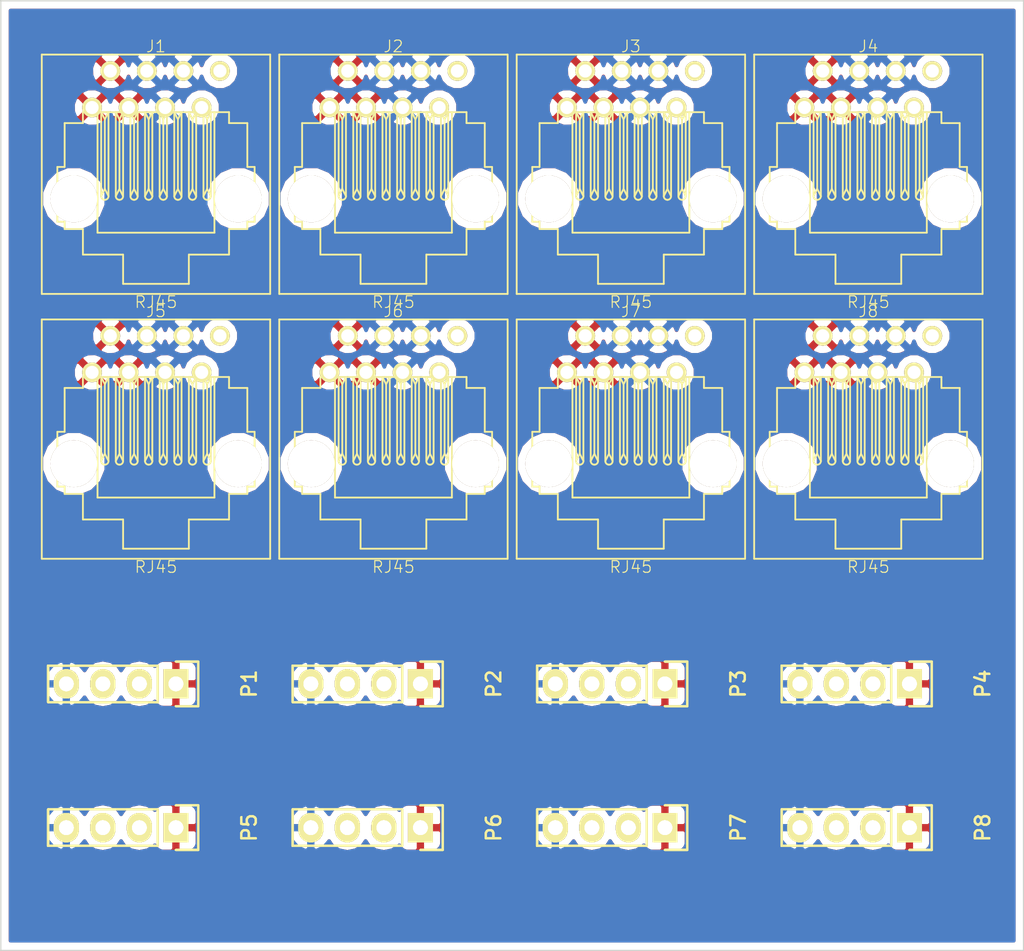
<source format=kicad_pcb>
(kicad_pcb (version 4) (host pcbnew "(2015-05-23 BZR 5679)-product")
  (layers (0 F.Cu signal) (31 B.Cu signal) (34 B.Paste user) (35 F.Paste user) (36 B.SilkS user) (37 F.SilkS user) (38 B.Mask user) (39 F.Mask user) (44 Edge.Cuts user))
  (net 0 "")
  (net 1 "Net-(J1-Pad8)")
  (net 2 GND)
  (net 3 +5V)
  (net 4 "Net-(J1-Pad7)")
  (net 5 "Net-(J2-Pad8)")
  (net 6 "Net-(J2-Pad7)")
  (net 7 "Net-(J3-Pad8)")
  (net 8 "Net-(J3-Pad7)")
  (net 9 "Net-(J4-Pad8)")
  (net 10 "Net-(J4-Pad7)")
  (net 11 "Net-(J5-Pad8)")
  (net 12 "Net-(J5-Pad7)")
  (net 13 "Net-(J6-Pad8)")
  (net 14 "Net-(J6-Pad7)")
  (net 15 "Net-(J7-Pad8)")
  (net 16 "Net-(J7-Pad7)")
  (net 17 "Net-(J8-Pad8)")
  (net 18 "Net-(J8-Pad7)")
  (module Pin_Headers:Pin_Header_Straight_1x04 (layer F.Cu) (at 167.320209 146.395867 270)
    (fp_text reference P8 (at 0 -5.1 270) (layer F.SilkS))
    (fp_text value CONN_01X04)
    (pad 1 thru_hole rect (at 0 0 270) (size 2.032 1.7272) (drill 1.016) (layers *.Cu *.Mask F.SilkS) (net 3 +5V))
    (pad 2 thru_hole oval (at 0 2.54 270) (size 2.032 1.7272) (drill 1.016) (layers *.Cu *.Mask F.SilkS) (net 8 "Net-(J3-Pad7)"))
    (pad 3 thru_hole oval (at 0 5.08 270) (size 2.032 1.7272) (drill 1.016) (layers *.Cu *.Mask F.SilkS) (net 7 "Net-(J3-Pad8)"))
    (pad 4 thru_hole oval (at 0 7.62 270) (size 2.032 1.7272) (drill 1.016) (layers *.Cu *.Mask F.SilkS) (net 2 GND))
  )
  (module Pin_Headers:Pin_Header_Straight_1x04 (layer F.Cu) (at 150.320209 146.395867 270)
    (fp_text reference P7 (at 0 -5.1 270) (layer F.SilkS))
    (fp_text value CONN_01X04)
    (pad 1 thru_hole rect (at 0 0 270) (size 2.032 1.7272) (drill 1.016) (layers *.Cu *.Mask F.SilkS) (net 3 +5V))
    (pad 2 thru_hole oval (at 0 2.54 270) (size 2.032 1.7272) (drill 1.016) (layers *.Cu *.Mask F.SilkS) (net 8 "Net-(J3-Pad7)"))
    (pad 3 thru_hole oval (at 0 5.08 270) (size 2.032 1.7272) (drill 1.016) (layers *.Cu *.Mask F.SilkS) (net 7 "Net-(J3-Pad8)"))
    (pad 4 thru_hole oval (at 0 7.62 270) (size 2.032 1.7272) (drill 1.016) (layers *.Cu *.Mask F.SilkS) (net 2 GND))
  )
  (module Pin_Headers:Pin_Header_Straight_1x04 (layer F.Cu) (at 133.320209 146.395867 270)
    (fp_text reference P6 (at 0 -5.1 270) (layer F.SilkS))
    (fp_text value CONN_01X04)
    (pad 1 thru_hole rect (at 0 0 270) (size 2.032 1.7272) (drill 1.016) (layers *.Cu *.Mask F.SilkS) (net 3 +5V))
    (pad 2 thru_hole oval (at 0 2.54 270) (size 2.032 1.7272) (drill 1.016) (layers *.Cu *.Mask F.SilkS) (net 8 "Net-(J3-Pad7)"))
    (pad 3 thru_hole oval (at 0 5.08 270) (size 2.032 1.7272) (drill 1.016) (layers *.Cu *.Mask F.SilkS) (net 7 "Net-(J3-Pad8)"))
    (pad 4 thru_hole oval (at 0 7.62 270) (size 2.032 1.7272) (drill 1.016) (layers *.Cu *.Mask F.SilkS) (net 2 GND))
  )
  (module Pin_Headers:Pin_Header_Straight_1x04 (layer F.Cu) (at 116.320209 146.395867 270)
    (fp_text reference P5 (at 0 -5.1 270) (layer F.SilkS))
    (fp_text value CONN_01X04)
    (pad 1 thru_hole rect (at 0 0 270) (size 2.032 1.7272) (drill 1.016) (layers *.Cu *.Mask F.SilkS) (net 3 +5V))
    (pad 2 thru_hole oval (at 0 2.54 270) (size 2.032 1.7272) (drill 1.016) (layers *.Cu *.Mask F.SilkS) (net 8 "Net-(J3-Pad7)"))
    (pad 3 thru_hole oval (at 0 5.08 270) (size 2.032 1.7272) (drill 1.016) (layers *.Cu *.Mask F.SilkS) (net 7 "Net-(J3-Pad8)"))
    (pad 4 thru_hole oval (at 0 7.62 270) (size 2.032 1.7272) (drill 1.016) (layers *.Cu *.Mask F.SilkS) (net 2 GND))
  )
  (module Pin_Headers:Pin_Header_Straight_1x04 (layer F.Cu) (at 167.320209 136.395867 270)
    (fp_text reference P4 (at 0 -5.1 270) (layer F.SilkS))
    (fp_text value CONN_01X04)
    (pad 1 thru_hole rect (at 0 0 270) (size 2.032 1.7272) (drill 1.016) (layers *.Cu *.Mask F.SilkS) (net 3 +5V))
    (pad 2 thru_hole oval (at 0 2.54 270) (size 2.032 1.7272) (drill 1.016) (layers *.Cu *.Mask F.SilkS) (net 8 "Net-(J3-Pad7)"))
    (pad 3 thru_hole oval (at 0 5.08 270) (size 2.032 1.7272) (drill 1.016) (layers *.Cu *.Mask F.SilkS) (net 7 "Net-(J3-Pad8)"))
    (pad 4 thru_hole oval (at 0 7.62 270) (size 2.032 1.7272) (drill 1.016) (layers *.Cu *.Mask F.SilkS) (net 2 GND))
  )
  (module Pin_Headers:Pin_Header_Straight_1x04 (layer F.Cu) (at 150.320209 136.395867 270)
    (fp_text reference P3 (at 0 -5.1 270) (layer F.SilkS))
    (fp_text value CONN_01X04)
    (pad 1 thru_hole rect (at 0 0 270) (size 2.032 1.7272) (drill 1.016) (layers *.Cu *.Mask F.SilkS) (net 3 +5V))
    (pad 2 thru_hole oval (at 0 2.54 270) (size 2.032 1.7272) (drill 1.016) (layers *.Cu *.Mask F.SilkS) (net 8 "Net-(J3-Pad7)"))
    (pad 3 thru_hole oval (at 0 5.08 270) (size 2.032 1.7272) (drill 1.016) (layers *.Cu *.Mask F.SilkS) (net 7 "Net-(J3-Pad8)"))
    (pad 4 thru_hole oval (at 0 7.62 270) (size 2.032 1.7272) (drill 1.016) (layers *.Cu *.Mask F.SilkS) (net 2 GND))
  )
  (module Pin_Headers:Pin_Header_Straight_1x04 (layer F.Cu) (at 133.320209 136.395867 270)
    (fp_text reference P2 (at 0 -5.1 270) (layer F.SilkS))
    (fp_text value CONN_01X04)
    (pad 1 thru_hole rect (at 0 0 270) (size 2.032 1.7272) (drill 1.016) (layers *.Cu *.Mask F.SilkS) (net 3 +5V))
    (pad 2 thru_hole oval (at 0 2.54 270) (size 2.032 1.7272) (drill 1.016) (layers *.Cu *.Mask F.SilkS) (net 8 "Net-(J3-Pad7)"))
    (pad 3 thru_hole oval (at 0 5.08 270) (size 2.032 1.7272) (drill 1.016) (layers *.Cu *.Mask F.SilkS) (net 7 "Net-(J3-Pad8)"))
    (pad 4 thru_hole oval (at 0 7.62 270) (size 2.032 1.7272) (drill 1.016) (layers *.Cu *.Mask F.SilkS) (net 2 GND))
  )
  (module Pin_Headers:Pin_Header_Straight_1x04 (layer F.Cu) (at 167.320209 146.395867 270)
    (fp_text reference P8 (at 0 -5.1 270) (layer F.SilkS))
    (fp_text value CONN_01X04)
    (pad 1 thru_hole rect (at 0 0 270) (size 2.032 1.7272) (drill 1.016) (layers *.Cu *.Mask F.SilkS) (net 3 +5V))
    (pad 2 thru_hole oval (at 0 2.54 270) (size 2.032 1.7272) (drill 1.016) (layers *.Cu *.Mask F.SilkS) (net 16 "Net-(J7-Pad7)"))
    (pad 3 thru_hole oval (at 0 5.08 270) (size 2.032 1.7272) (drill 1.016) (layers *.Cu *.Mask F.SilkS) (net 15 "Net-(J7-Pad8)"))
    (pad 4 thru_hole oval (at 0 7.62 270) (size 2.032 1.7272) (drill 1.016) (layers *.Cu *.Mask F.SilkS) (net 2 GND))
  )
  (module Pin_Headers:Pin_Header_Straight_1x04 (layer F.Cu) (at 150.320209 146.395867 270)
    (fp_text reference P7 (at 0 -5.1 270) (layer F.SilkS))
    (fp_text value CONN_01X04)
    (pad 1 thru_hole rect (at 0 0 270) (size 2.032 1.7272) (drill 1.016) (layers *.Cu *.Mask F.SilkS) (net 3 +5V))
    (pad 2 thru_hole oval (at 0 2.54 270) (size 2.032 1.7272) (drill 1.016) (layers *.Cu *.Mask F.SilkS) (net 16 "Net-(J7-Pad7)"))
    (pad 3 thru_hole oval (at 0 5.08 270) (size 2.032 1.7272) (drill 1.016) (layers *.Cu *.Mask F.SilkS) (net 15 "Net-(J7-Pad8)"))
    (pad 4 thru_hole oval (at 0 7.62 270) (size 2.032 1.7272) (drill 1.016) (layers *.Cu *.Mask F.SilkS) (net 2 GND))
  )
  (module Pin_Headers:Pin_Header_Straight_1x04 (layer F.Cu) (at 133.320209 146.395867 270)
    (fp_text reference P6 (at 0 -5.1 270) (layer F.SilkS))
    (fp_text value CONN_01X04)
    (pad 1 thru_hole rect (at 0 0 270) (size 2.032 1.7272) (drill 1.016) (layers *.Cu *.Mask F.SilkS) (net 3 +5V))
    (pad 2 thru_hole oval (at 0 2.54 270) (size 2.032 1.7272) (drill 1.016) (layers *.Cu *.Mask F.SilkS) (net 16 "Net-(J7-Pad7)"))
    (pad 3 thru_hole oval (at 0 5.08 270) (size 2.032 1.7272) (drill 1.016) (layers *.Cu *.Mask F.SilkS) (net 15 "Net-(J7-Pad8)"))
    (pad 4 thru_hole oval (at 0 7.62 270) (size 2.032 1.7272) (drill 1.016) (layers *.Cu *.Mask F.SilkS) (net 2 GND))
  )
  (module Pin_Headers:Pin_Header_Straight_1x04 (layer F.Cu) (at 116.320209 146.395867 270)
    (fp_text reference P5 (at 0 -5.1 270) (layer F.SilkS))
    (fp_text value CONN_01X04)
    (pad 1 thru_hole rect (at 0 0 270) (size 2.032 1.7272) (drill 1.016) (layers *.Cu *.Mask F.SilkS) (net 3 +5V))
    (pad 2 thru_hole oval (at 0 2.54 270) (size 2.032 1.7272) (drill 1.016) (layers *.Cu *.Mask F.SilkS) (net 16 "Net-(J7-Pad7)"))
    (pad 3 thru_hole oval (at 0 5.08 270) (size 2.032 1.7272) (drill 1.016) (layers *.Cu *.Mask F.SilkS) (net 15 "Net-(J7-Pad8)"))
    (pad 4 thru_hole oval (at 0 7.62 270) (size 2.032 1.7272) (drill 1.016) (layers *.Cu *.Mask F.SilkS) (net 2 GND))
  )
  (module Pin_Headers:Pin_Header_Straight_1x04 (layer F.Cu) (at 167.320209 136.395867 270)
    (fp_text reference P4 (at 0 -5.1 270) (layer F.SilkS))
    (fp_text value CONN_01X04)
    (pad 1 thru_hole rect (at 0 0 270) (size 2.032 1.7272) (drill 1.016) (layers *.Cu *.Mask F.SilkS) (net 3 +5V))
    (pad 2 thru_hole oval (at 0 2.54 270) (size 2.032 1.7272) (drill 1.016) (layers *.Cu *.Mask F.SilkS) (net 16 "Net-(J7-Pad7)"))
    (pad 3 thru_hole oval (at 0 5.08 270) (size 2.032 1.7272) (drill 1.016) (layers *.Cu *.Mask F.SilkS) (net 15 "Net-(J7-Pad8)"))
    (pad 4 thru_hole oval (at 0 7.62 270) (size 2.032 1.7272) (drill 1.016) (layers *.Cu *.Mask F.SilkS) (net 2 GND))
  )
  (module Pin_Headers:Pin_Header_Straight_1x04 (layer F.Cu) (at 150.320209 136.395867 270)
    (fp_text reference P3 (at 0 -5.1 270) (layer F.SilkS))
    (fp_text value CONN_01X04)
    (pad 1 thru_hole rect (at 0 0 270) (size 2.032 1.7272) (drill 1.016) (layers *.Cu *.Mask F.SilkS) (net 3 +5V))
    (pad 2 thru_hole oval (at 0 2.54 270) (size 2.032 1.7272) (drill 1.016) (layers *.Cu *.Mask F.SilkS) (net 16 "Net-(J7-Pad7)"))
    (pad 3 thru_hole oval (at 0 5.08 270) (size 2.032 1.7272) (drill 1.016) (layers *.Cu *.Mask F.SilkS) (net 15 "Net-(J7-Pad8)"))
    (pad 4 thru_hole oval (at 0 7.62 270) (size 2.032 1.7272) (drill 1.016) (layers *.Cu *.Mask F.SilkS) (net 2 GND))
  )
  (module Pin_Headers:Pin_Header_Straight_1x04 (layer F.Cu) (at 133.320209 136.395867 270)
    (fp_text reference P2 (at 0 -5.1 270) (layer F.SilkS))
    (fp_text value CONN_01X04)
    (pad 1 thru_hole rect (at 0 0 270) (size 2.032 1.7272) (drill 1.016) (layers *.Cu *.Mask F.SilkS) (net 3 +5V))
    (pad 2 thru_hole oval (at 0 2.54 270) (size 2.032 1.7272) (drill 1.016) (layers *.Cu *.Mask F.SilkS) (net 16 "Net-(J7-Pad7)"))
    (pad 3 thru_hole oval (at 0 5.08 270) (size 2.032 1.7272) (drill 1.016) (layers *.Cu *.Mask F.SilkS) (net 15 "Net-(J7-Pad8)"))
    (pad 4 thru_hole oval (at 0 7.62 270) (size 2.032 1.7272) (drill 1.016) (layers *.Cu *.Mask F.SilkS) (net 2 GND))
  )
  (module Pin_Headers:Pin_Header_Straight_1x04 (layer F.Cu) (at 167.320209 146.395867 270)
    (fp_text reference P8 (at 0 -5.1 270) (layer F.SilkS))
    (fp_text value CONN_01X04)
    (pad 1 thru_hole rect (at 0 0 270) (size 2.032 1.7272) (drill 1.016) (layers *.Cu *.Mask F.SilkS) (net 3 +5V))
    (pad 2 thru_hole oval (at 0 2.54 270) (size 2.032 1.7272) (drill 1.016) (layers *.Cu *.Mask F.SilkS) (net 18 "Net-(J8-Pad7)"))
    (pad 3 thru_hole oval (at 0 5.08 270) (size 2.032 1.7272) (drill 1.016) (layers *.Cu *.Mask F.SilkS) (net 17 "Net-(J8-Pad8)"))
    (pad 4 thru_hole oval (at 0 7.62 270) (size 2.032 1.7272) (drill 1.016) (layers *.Cu *.Mask F.SilkS) (net 2 GND))
  )
  (module Pin_Headers:Pin_Header_Straight_1x04 (layer F.Cu) (at 150.320209 146.395867 270)
    (fp_text reference P7 (at 0 -5.1 270) (layer F.SilkS))
    (fp_text value CONN_01X04)
    (pad 1 thru_hole rect (at 0 0 270) (size 2.032 1.7272) (drill 1.016) (layers *.Cu *.Mask F.SilkS) (net 3 +5V))
    (pad 2 thru_hole oval (at 0 2.54 270) (size 2.032 1.7272) (drill 1.016) (layers *.Cu *.Mask F.SilkS) (net 18 "Net-(J8-Pad7)"))
    (pad 3 thru_hole oval (at 0 5.08 270) (size 2.032 1.7272) (drill 1.016) (layers *.Cu *.Mask F.SilkS) (net 17 "Net-(J8-Pad8)"))
    (pad 4 thru_hole oval (at 0 7.62 270) (size 2.032 1.7272) (drill 1.016) (layers *.Cu *.Mask F.SilkS) (net 2 GND))
  )
  (module Pin_Headers:Pin_Header_Straight_1x04 (layer F.Cu) (at 133.320209 146.395867 270)
    (fp_text reference P6 (at 0 -5.1 270) (layer F.SilkS))
    (fp_text value CONN_01X04)
    (pad 1 thru_hole rect (at 0 0 270) (size 2.032 1.7272) (drill 1.016) (layers *.Cu *.Mask F.SilkS) (net 3 +5V))
    (pad 2 thru_hole oval (at 0 2.54 270) (size 2.032 1.7272) (drill 1.016) (layers *.Cu *.Mask F.SilkS) (net 18 "Net-(J8-Pad7)"))
    (pad 3 thru_hole oval (at 0 5.08 270) (size 2.032 1.7272) (drill 1.016) (layers *.Cu *.Mask F.SilkS) (net 17 "Net-(J8-Pad8)"))
    (pad 4 thru_hole oval (at 0 7.62 270) (size 2.032 1.7272) (drill 1.016) (layers *.Cu *.Mask F.SilkS) (net 2 GND))
  )
  (module Pin_Headers:Pin_Header_Straight_1x04 (layer F.Cu) (at 116.320209 146.395867 270)
    (fp_text reference P5 (at 0 -5.1 270) (layer F.SilkS))
    (fp_text value CONN_01X04)
    (pad 1 thru_hole rect (at 0 0 270) (size 2.032 1.7272) (drill 1.016) (layers *.Cu *.Mask F.SilkS) (net 3 +5V))
    (pad 2 thru_hole oval (at 0 2.54 270) (size 2.032 1.7272) (drill 1.016) (layers *.Cu *.Mask F.SilkS) (net 18 "Net-(J8-Pad7)"))
    (pad 3 thru_hole oval (at 0 5.08 270) (size 2.032 1.7272) (drill 1.016) (layers *.Cu *.Mask F.SilkS) (net 17 "Net-(J8-Pad8)"))
    (pad 4 thru_hole oval (at 0 7.62 270) (size 2.032 1.7272) (drill 1.016) (layers *.Cu *.Mask F.SilkS) (net 2 GND))
  )
  (module Pin_Headers:Pin_Header_Straight_1x04 (layer F.Cu) (at 167.320209 136.395867 270)
    (fp_text reference P4 (at 0 -5.1 270) (layer F.SilkS))
    (fp_text value CONN_01X04)
    (pad 1 thru_hole rect (at 0 0 270) (size 2.032 1.7272) (drill 1.016) (layers *.Cu *.Mask F.SilkS) (net 3 +5V))
    (pad 2 thru_hole oval (at 0 2.54 270) (size 2.032 1.7272) (drill 1.016) (layers *.Cu *.Mask F.SilkS) (net 18 "Net-(J8-Pad7)"))
    (pad 3 thru_hole oval (at 0 5.08 270) (size 2.032 1.7272) (drill 1.016) (layers *.Cu *.Mask F.SilkS) (net 17 "Net-(J8-Pad8)"))
    (pad 4 thru_hole oval (at 0 7.62 270) (size 2.032 1.7272) (drill 1.016) (layers *.Cu *.Mask F.SilkS) (net 2 GND))
  )
  (module Pin_Headers:Pin_Header_Straight_1x04 (layer F.Cu) (at 150.320209 136.395867 270)
    (fp_text reference P3 (at 0 -5.1 270) (layer F.SilkS))
    (fp_text value CONN_01X04)
    (pad 1 thru_hole rect (at 0 0 270) (size 2.032 1.7272) (drill 1.016) (layers *.Cu *.Mask F.SilkS) (net 3 +5V))
    (pad 2 thru_hole oval (at 0 2.54 270) (size 2.032 1.7272) (drill 1.016) (layers *.Cu *.Mask F.SilkS) (net 18 "Net-(J8-Pad7)"))
    (pad 3 thru_hole oval (at 0 5.08 270) (size 2.032 1.7272) (drill 1.016) (layers *.Cu *.Mask F.SilkS) (net 17 "Net-(J8-Pad8)"))
    (pad 4 thru_hole oval (at 0 7.62 270) (size 2.032 1.7272) (drill 1.016) (layers *.Cu *.Mask F.SilkS) (net 2 GND))
  )
  (module Pin_Headers:Pin_Header_Straight_1x04 (layer F.Cu) (at 133.320209 136.395867 270)
    (fp_text reference P2 (at 0 -5.1 270) (layer F.SilkS))
    (fp_text value CONN_01X04)
    (pad 1 thru_hole rect (at 0 0 270) (size 2.032 1.7272) (drill 1.016) (layers *.Cu *.Mask F.SilkS) (net 3 +5V))
    (pad 2 thru_hole oval (at 0 2.54 270) (size 2.032 1.7272) (drill 1.016) (layers *.Cu *.Mask F.SilkS) (net 18 "Net-(J8-Pad7)"))
    (pad 3 thru_hole oval (at 0 5.08 270) (size 2.032 1.7272) (drill 1.016) (layers *.Cu *.Mask F.SilkS) (net 17 "Net-(J8-Pad8)"))
    (pad 4 thru_hole oval (at 0 7.62 270) (size 2.032 1.7272) (drill 1.016) (layers *.Cu *.Mask F.SilkS) (net 2 GND))
  )
  (module Pin_Headers:Pin_Header_Straight_1x04 (layer F.Cu) (at 167.320209 146.395867 270)
    (fp_text reference P8 (at 0 -5.1 270) (layer F.SilkS))
    (fp_text value CONN_01X04)
    (pad 1 thru_hole rect (at 0 0 270) (size 2.032 1.7272) (drill 1.016) (layers *.Cu *.Mask F.SilkS) (net 3 +5V))
    (pad 2 thru_hole oval (at 0 2.54 270) (size 2.032 1.7272) (drill 1.016) (layers *.Cu *.Mask F.SilkS) (net 6 "Net-(J2-Pad7)"))
    (pad 3 thru_hole oval (at 0 5.08 270) (size 2.032 1.7272) (drill 1.016) (layers *.Cu *.Mask F.SilkS) (net 5 "Net-(J2-Pad8)"))
    (pad 4 thru_hole oval (at 0 7.62 270) (size 2.032 1.7272) (drill 1.016) (layers *.Cu *.Mask F.SilkS) (net 2 GND))
  )
  (module Pin_Headers:Pin_Header_Straight_1x04 (layer F.Cu) (at 150.320209 146.395867 270)
    (fp_text reference P7 (at 0 -5.1 270) (layer F.SilkS))
    (fp_text value CONN_01X04)
    (pad 1 thru_hole rect (at 0 0 270) (size 2.032 1.7272) (drill 1.016) (layers *.Cu *.Mask F.SilkS) (net 3 +5V))
    (pad 2 thru_hole oval (at 0 2.54 270) (size 2.032 1.7272) (drill 1.016) (layers *.Cu *.Mask F.SilkS) (net 6 "Net-(J2-Pad7)"))
    (pad 3 thru_hole oval (at 0 5.08 270) (size 2.032 1.7272) (drill 1.016) (layers *.Cu *.Mask F.SilkS) (net 5 "Net-(J2-Pad8)"))
    (pad 4 thru_hole oval (at 0 7.62 270) (size 2.032 1.7272) (drill 1.016) (layers *.Cu *.Mask F.SilkS) (net 2 GND))
  )
  (module Pin_Headers:Pin_Header_Straight_1x04 (layer F.Cu) (at 133.320209 146.395867 270)
    (fp_text reference P6 (at 0 -5.1 270) (layer F.SilkS))
    (fp_text value CONN_01X04)
    (pad 1 thru_hole rect (at 0 0 270) (size 2.032 1.7272) (drill 1.016) (layers *.Cu *.Mask F.SilkS) (net 3 +5V))
    (pad 2 thru_hole oval (at 0 2.54 270) (size 2.032 1.7272) (drill 1.016) (layers *.Cu *.Mask F.SilkS) (net 6 "Net-(J2-Pad7)"))
    (pad 3 thru_hole oval (at 0 5.08 270) (size 2.032 1.7272) (drill 1.016) (layers *.Cu *.Mask F.SilkS) (net 5 "Net-(J2-Pad8)"))
    (pad 4 thru_hole oval (at 0 7.62 270) (size 2.032 1.7272) (drill 1.016) (layers *.Cu *.Mask F.SilkS) (net 2 GND))
  )
  (module Pin_Headers:Pin_Header_Straight_1x04 (layer F.Cu) (at 116.320209 146.395867 270)
    (fp_text reference P5 (at 0 -5.1 270) (layer F.SilkS))
    (fp_text value CONN_01X04)
    (pad 1 thru_hole rect (at 0 0 270) (size 2.032 1.7272) (drill 1.016) (layers *.Cu *.Mask F.SilkS) (net 3 +5V))
    (pad 2 thru_hole oval (at 0 2.54 270) (size 2.032 1.7272) (drill 1.016) (layers *.Cu *.Mask F.SilkS) (net 6 "Net-(J2-Pad7)"))
    (pad 3 thru_hole oval (at 0 5.08 270) (size 2.032 1.7272) (drill 1.016) (layers *.Cu *.Mask F.SilkS) (net 5 "Net-(J2-Pad8)"))
    (pad 4 thru_hole oval (at 0 7.62 270) (size 2.032 1.7272) (drill 1.016) (layers *.Cu *.Mask F.SilkS) (net 2 GND))
  )
  (module Pin_Headers:Pin_Header_Straight_1x04 (layer F.Cu) (at 167.320209 136.395867 270)
    (fp_text reference P4 (at 0 -5.1 270) (layer F.SilkS))
    (fp_text value CONN_01X04)
    (pad 1 thru_hole rect (at 0 0 270) (size 2.032 1.7272) (drill 1.016) (layers *.Cu *.Mask F.SilkS) (net 3 +5V))
    (pad 2 thru_hole oval (at 0 2.54 270) (size 2.032 1.7272) (drill 1.016) (layers *.Cu *.Mask F.SilkS) (net 6 "Net-(J2-Pad7)"))
    (pad 3 thru_hole oval (at 0 5.08 270) (size 2.032 1.7272) (drill 1.016) (layers *.Cu *.Mask F.SilkS) (net 5 "Net-(J2-Pad8)"))
    (pad 4 thru_hole oval (at 0 7.62 270) (size 2.032 1.7272) (drill 1.016) (layers *.Cu *.Mask F.SilkS) (net 2 GND))
  )
  (module Pin_Headers:Pin_Header_Straight_1x04 (layer F.Cu) (at 150.320209 136.395867 270)
    (fp_text reference P3 (at 0 -5.1 270) (layer F.SilkS))
    (fp_text value CONN_01X04)
    (pad 1 thru_hole rect (at 0 0 270) (size 2.032 1.7272) (drill 1.016) (layers *.Cu *.Mask F.SilkS) (net 3 +5V))
    (pad 2 thru_hole oval (at 0 2.54 270) (size 2.032 1.7272) (drill 1.016) (layers *.Cu *.Mask F.SilkS) (net 6 "Net-(J2-Pad7)"))
    (pad 3 thru_hole oval (at 0 5.08 270) (size 2.032 1.7272) (drill 1.016) (layers *.Cu *.Mask F.SilkS) (net 5 "Net-(J2-Pad8)"))
    (pad 4 thru_hole oval (at 0 7.62 270) (size 2.032 1.7272) (drill 1.016) (layers *.Cu *.Mask F.SilkS) (net 2 GND))
  )
  (module Pin_Headers:Pin_Header_Straight_1x04 (layer F.Cu) (at 133.320209 136.395867 270)
    (fp_text reference P2 (at 0 -5.1 270) (layer F.SilkS))
    (fp_text value CONN_01X04)
    (pad 1 thru_hole rect (at 0 0 270) (size 2.032 1.7272) (drill 1.016) (layers *.Cu *.Mask F.SilkS) (net 3 +5V))
    (pad 2 thru_hole oval (at 0 2.54 270) (size 2.032 1.7272) (drill 1.016) (layers *.Cu *.Mask F.SilkS) (net 6 "Net-(J2-Pad7)"))
    (pad 3 thru_hole oval (at 0 5.08 270) (size 2.032 1.7272) (drill 1.016) (layers *.Cu *.Mask F.SilkS) (net 5 "Net-(J2-Pad8)"))
    (pad 4 thru_hole oval (at 0 7.62 270) (size 2.032 1.7272) (drill 1.016) (layers *.Cu *.Mask F.SilkS) (net 2 GND))
  )
  (module Pin_Headers:Pin_Header_Straight_1x04 (layer F.Cu) (at 167.320209 146.395867 270)
    (fp_text reference P8 (at 0 -5.1 270) (layer F.SilkS))
    (fp_text value CONN_01X04)
    (pad 1 thru_hole rect (at 0 0 270) (size 2.032 1.7272) (drill 1.016) (layers *.Cu *.Mask F.SilkS) (net 3 +5V))
    (pad 2 thru_hole oval (at 0 2.54 270) (size 2.032 1.7272) (drill 1.016) (layers *.Cu *.Mask F.SilkS) (net 12 "Net-(J5-Pad7)"))
    (pad 3 thru_hole oval (at 0 5.08 270) (size 2.032 1.7272) (drill 1.016) (layers *.Cu *.Mask F.SilkS) (net 11 "Net-(J5-Pad8)"))
    (pad 4 thru_hole oval (at 0 7.62 270) (size 2.032 1.7272) (drill 1.016) (layers *.Cu *.Mask F.SilkS) (net 2 GND))
  )
  (module Pin_Headers:Pin_Header_Straight_1x04 (layer F.Cu) (at 150.320209 146.395867 270)
    (fp_text reference P7 (at 0 -5.1 270) (layer F.SilkS))
    (fp_text value CONN_01X04)
    (pad 1 thru_hole rect (at 0 0 270) (size 2.032 1.7272) (drill 1.016) (layers *.Cu *.Mask F.SilkS) (net 3 +5V))
    (pad 2 thru_hole oval (at 0 2.54 270) (size 2.032 1.7272) (drill 1.016) (layers *.Cu *.Mask F.SilkS) (net 12 "Net-(J5-Pad7)"))
    (pad 3 thru_hole oval (at 0 5.08 270) (size 2.032 1.7272) (drill 1.016) (layers *.Cu *.Mask F.SilkS) (net 11 "Net-(J5-Pad8)"))
    (pad 4 thru_hole oval (at 0 7.62 270) (size 2.032 1.7272) (drill 1.016) (layers *.Cu *.Mask F.SilkS) (net 2 GND))
  )
  (module Pin_Headers:Pin_Header_Straight_1x04 (layer F.Cu) (at 133.320209 146.395867 270)
    (fp_text reference P6 (at 0 -5.1 270) (layer F.SilkS))
    (fp_text value CONN_01X04)
    (pad 1 thru_hole rect (at 0 0 270) (size 2.032 1.7272) (drill 1.016) (layers *.Cu *.Mask F.SilkS) (net 3 +5V))
    (pad 2 thru_hole oval (at 0 2.54 270) (size 2.032 1.7272) (drill 1.016) (layers *.Cu *.Mask F.SilkS) (net 12 "Net-(J5-Pad7)"))
    (pad 3 thru_hole oval (at 0 5.08 270) (size 2.032 1.7272) (drill 1.016) (layers *.Cu *.Mask F.SilkS) (net 11 "Net-(J5-Pad8)"))
    (pad 4 thru_hole oval (at 0 7.62 270) (size 2.032 1.7272) (drill 1.016) (layers *.Cu *.Mask F.SilkS) (net 2 GND))
  )
  (module Pin_Headers:Pin_Header_Straight_1x04 (layer F.Cu) (at 116.320209 146.395867 270)
    (fp_text reference P5 (at 0 -5.1 270) (layer F.SilkS))
    (fp_text value CONN_01X04)
    (pad 1 thru_hole rect (at 0 0 270) (size 2.032 1.7272) (drill 1.016) (layers *.Cu *.Mask F.SilkS) (net 3 +5V))
    (pad 2 thru_hole oval (at 0 2.54 270) (size 2.032 1.7272) (drill 1.016) (layers *.Cu *.Mask F.SilkS) (net 12 "Net-(J5-Pad7)"))
    (pad 3 thru_hole oval (at 0 5.08 270) (size 2.032 1.7272) (drill 1.016) (layers *.Cu *.Mask F.SilkS) (net 11 "Net-(J5-Pad8)"))
    (pad 4 thru_hole oval (at 0 7.62 270) (size 2.032 1.7272) (drill 1.016) (layers *.Cu *.Mask F.SilkS) (net 2 GND))
  )
  (module Pin_Headers:Pin_Header_Straight_1x04 (layer F.Cu) (at 167.320209 136.395867 270)
    (fp_text reference P4 (at 0 -5.1 270) (layer F.SilkS))
    (fp_text value CONN_01X04)
    (pad 1 thru_hole rect (at 0 0 270) (size 2.032 1.7272) (drill 1.016) (layers *.Cu *.Mask F.SilkS) (net 3 +5V))
    (pad 2 thru_hole oval (at 0 2.54 270) (size 2.032 1.7272) (drill 1.016) (layers *.Cu *.Mask F.SilkS) (net 12 "Net-(J5-Pad7)"))
    (pad 3 thru_hole oval (at 0 5.08 270) (size 2.032 1.7272) (drill 1.016) (layers *.Cu *.Mask F.SilkS) (net 11 "Net-(J5-Pad8)"))
    (pad 4 thru_hole oval (at 0 7.62 270) (size 2.032 1.7272) (drill 1.016) (layers *.Cu *.Mask F.SilkS) (net 2 GND))
  )
  (module Pin_Headers:Pin_Header_Straight_1x04 (layer F.Cu) (at 150.320209 136.395867 270)
    (fp_text reference P3 (at 0 -5.1 270) (layer F.SilkS))
    (fp_text value CONN_01X04)
    (pad 1 thru_hole rect (at 0 0 270) (size 2.032 1.7272) (drill 1.016) (layers *.Cu *.Mask F.SilkS) (net 3 +5V))
    (pad 2 thru_hole oval (at 0 2.54 270) (size 2.032 1.7272) (drill 1.016) (layers *.Cu *.Mask F.SilkS) (net 12 "Net-(J5-Pad7)"))
    (pad 3 thru_hole oval (at 0 5.08 270) (size 2.032 1.7272) (drill 1.016) (layers *.Cu *.Mask F.SilkS) (net 11 "Net-(J5-Pad8)"))
    (pad 4 thru_hole oval (at 0 7.62 270) (size 2.032 1.7272) (drill 1.016) (layers *.Cu *.Mask F.SilkS) (net 2 GND))
  )
  (module Pin_Headers:Pin_Header_Straight_1x04 (layer F.Cu) (at 133.320209 136.395867 270)
    (fp_text reference P2 (at 0 -5.1 270) (layer F.SilkS))
    (fp_text value CONN_01X04)
    (pad 1 thru_hole rect (at 0 0 270) (size 2.032 1.7272) (drill 1.016) (layers *.Cu *.Mask F.SilkS) (net 3 +5V))
    (pad 2 thru_hole oval (at 0 2.54 270) (size 2.032 1.7272) (drill 1.016) (layers *.Cu *.Mask F.SilkS) (net 12 "Net-(J5-Pad7)"))
    (pad 3 thru_hole oval (at 0 5.08 270) (size 2.032 1.7272) (drill 1.016) (layers *.Cu *.Mask F.SilkS) (net 11 "Net-(J5-Pad8)"))
    (pad 4 thru_hole oval (at 0 7.62 270) (size 2.032 1.7272) (drill 1.016) (layers *.Cu *.Mask F.SilkS) (net 2 GND))
  )
  (module Pin_Headers:Pin_Header_Straight_1x04 (layer F.Cu) (at 167.320209 146.395867 270)
    (fp_text reference P8 (at 0 -5.1 270) (layer F.SilkS))
    (fp_text value CONN_01X04)
    (pad 1 thru_hole rect (at 0 0 270) (size 2.032 1.7272) (drill 1.016) (layers *.Cu *.Mask F.SilkS) (net 3 +5V))
    (pad 2 thru_hole oval (at 0 2.54 270) (size 2.032 1.7272) (drill 1.016) (layers *.Cu *.Mask F.SilkS) (net 14 "Net-(J6-Pad7)"))
    (pad 3 thru_hole oval (at 0 5.08 270) (size 2.032 1.7272) (drill 1.016) (layers *.Cu *.Mask F.SilkS) (net 13 "Net-(J6-Pad8)"))
    (pad 4 thru_hole oval (at 0 7.62 270) (size 2.032 1.7272) (drill 1.016) (layers *.Cu *.Mask F.SilkS) (net 2 GND))
  )
  (module Pin_Headers:Pin_Header_Straight_1x04 (layer F.Cu) (at 150.320209 146.395867 270)
    (fp_text reference P7 (at 0 -5.1 270) (layer F.SilkS))
    (fp_text value CONN_01X04)
    (pad 1 thru_hole rect (at 0 0 270) (size 2.032 1.7272) (drill 1.016) (layers *.Cu *.Mask F.SilkS) (net 3 +5V))
    (pad 2 thru_hole oval (at 0 2.54 270) (size 2.032 1.7272) (drill 1.016) (layers *.Cu *.Mask F.SilkS) (net 14 "Net-(J6-Pad7)"))
    (pad 3 thru_hole oval (at 0 5.08 270) (size 2.032 1.7272) (drill 1.016) (layers *.Cu *.Mask F.SilkS) (net 13 "Net-(J6-Pad8)"))
    (pad 4 thru_hole oval (at 0 7.62 270) (size 2.032 1.7272) (drill 1.016) (layers *.Cu *.Mask F.SilkS) (net 2 GND))
  )
  (module Pin_Headers:Pin_Header_Straight_1x04 (layer F.Cu) (at 133.320209 146.395867 270)
    (fp_text reference P6 (at 0 -5.1 270) (layer F.SilkS))
    (fp_text value CONN_01X04)
    (pad 1 thru_hole rect (at 0 0 270) (size 2.032 1.7272) (drill 1.016) (layers *.Cu *.Mask F.SilkS) (net 3 +5V))
    (pad 2 thru_hole oval (at 0 2.54 270) (size 2.032 1.7272) (drill 1.016) (layers *.Cu *.Mask F.SilkS) (net 14 "Net-(J6-Pad7)"))
    (pad 3 thru_hole oval (at 0 5.08 270) (size 2.032 1.7272) (drill 1.016) (layers *.Cu *.Mask F.SilkS) (net 13 "Net-(J6-Pad8)"))
    (pad 4 thru_hole oval (at 0 7.62 270) (size 2.032 1.7272) (drill 1.016) (layers *.Cu *.Mask F.SilkS) (net 2 GND))
  )
  (module Pin_Headers:Pin_Header_Straight_1x04 (layer F.Cu) (at 116.320209 146.395867 270)
    (fp_text reference P5 (at 0 -5.1 270) (layer F.SilkS))
    (fp_text value CONN_01X04)
    (pad 1 thru_hole rect (at 0 0 270) (size 2.032 1.7272) (drill 1.016) (layers *.Cu *.Mask F.SilkS) (net 3 +5V))
    (pad 2 thru_hole oval (at 0 2.54 270) (size 2.032 1.7272) (drill 1.016) (layers *.Cu *.Mask F.SilkS) (net 14 "Net-(J6-Pad7)"))
    (pad 3 thru_hole oval (at 0 5.08 270) (size 2.032 1.7272) (drill 1.016) (layers *.Cu *.Mask F.SilkS) (net 13 "Net-(J6-Pad8)"))
    (pad 4 thru_hole oval (at 0 7.62 270) (size 2.032 1.7272) (drill 1.016) (layers *.Cu *.Mask F.SilkS) (net 2 GND))
  )
  (module Pin_Headers:Pin_Header_Straight_1x04 (layer F.Cu) (at 167.320209 136.395867 270)
    (fp_text reference P4 (at 0 -5.1 270) (layer F.SilkS))
    (fp_text value CONN_01X04)
    (pad 1 thru_hole rect (at 0 0 270) (size 2.032 1.7272) (drill 1.016) (layers *.Cu *.Mask F.SilkS) (net 3 +5V))
    (pad 2 thru_hole oval (at 0 2.54 270) (size 2.032 1.7272) (drill 1.016) (layers *.Cu *.Mask F.SilkS) (net 14 "Net-(J6-Pad7)"))
    (pad 3 thru_hole oval (at 0 5.08 270) (size 2.032 1.7272) (drill 1.016) (layers *.Cu *.Mask F.SilkS) (net 13 "Net-(J6-Pad8)"))
    (pad 4 thru_hole oval (at 0 7.62 270) (size 2.032 1.7272) (drill 1.016) (layers *.Cu *.Mask F.SilkS) (net 2 GND))
  )
  (module Pin_Headers:Pin_Header_Straight_1x04 (layer F.Cu) (at 150.320209 136.395867 270)
    (fp_text reference P3 (at 0 -5.1 270) (layer F.SilkS))
    (fp_text value CONN_01X04)
    (pad 1 thru_hole rect (at 0 0 270) (size 2.032 1.7272) (drill 1.016) (layers *.Cu *.Mask F.SilkS) (net 3 +5V))
    (pad 2 thru_hole oval (at 0 2.54 270) (size 2.032 1.7272) (drill 1.016) (layers *.Cu *.Mask F.SilkS) (net 14 "Net-(J6-Pad7)"))
    (pad 3 thru_hole oval (at 0 5.08 270) (size 2.032 1.7272) (drill 1.016) (layers *.Cu *.Mask F.SilkS) (net 13 "Net-(J6-Pad8)"))
    (pad 4 thru_hole oval (at 0 7.62 270) (size 2.032 1.7272) (drill 1.016) (layers *.Cu *.Mask F.SilkS) (net 2 GND))
  )
  (module Pin_Headers:Pin_Header_Straight_1x04 (layer F.Cu) (at 133.320209 136.395867 270)
    (fp_text reference P2 (at 0 -5.1 270) (layer F.SilkS))
    (fp_text value CONN_01X04)
    (pad 1 thru_hole rect (at 0 0 270) (size 2.032 1.7272) (drill 1.016) (layers *.Cu *.Mask F.SilkS) (net 3 +5V))
    (pad 2 thru_hole oval (at 0 2.54 270) (size 2.032 1.7272) (drill 1.016) (layers *.Cu *.Mask F.SilkS) (net 14 "Net-(J6-Pad7)"))
    (pad 3 thru_hole oval (at 0 5.08 270) (size 2.032 1.7272) (drill 1.016) (layers *.Cu *.Mask F.SilkS) (net 13 "Net-(J6-Pad8)"))
    (pad 4 thru_hole oval (at 0 7.62 270) (size 2.032 1.7272) (drill 1.016) (layers *.Cu *.Mask F.SilkS) (net 2 GND))
  )
  (module Pin_Headers:Pin_Header_Straight_1x04 (layer F.Cu) (at 167.320209 146.395867 270)
    (fp_text reference P8 (at 0 -5.1 270) (layer F.SilkS))
    (fp_text value CONN_01X04)
    (pad 1 thru_hole rect (at 0 0 270) (size 2.032 1.7272) (drill 1.016) (layers *.Cu *.Mask F.SilkS) (net 3 +5V))
    (pad 2 thru_hole oval (at 0 2.54 270) (size 2.032 1.7272) (drill 1.016) (layers *.Cu *.Mask F.SilkS) (net 10 "Net-(J4-Pad7)"))
    (pad 3 thru_hole oval (at 0 5.08 270) (size 2.032 1.7272) (drill 1.016) (layers *.Cu *.Mask F.SilkS) (net 9 "Net-(J4-Pad8)"))
    (pad 4 thru_hole oval (at 0 7.62 270) (size 2.032 1.7272) (drill 1.016) (layers *.Cu *.Mask F.SilkS) (net 2 GND))
  )
  (module Pin_Headers:Pin_Header_Straight_1x04 (layer F.Cu) (at 150.320209 146.395867 270)
    (fp_text reference P7 (at 0 -5.1 270) (layer F.SilkS))
    (fp_text value CONN_01X04)
    (pad 1 thru_hole rect (at 0 0 270) (size 2.032 1.7272) (drill 1.016) (layers *.Cu *.Mask F.SilkS) (net 3 +5V))
    (pad 2 thru_hole oval (at 0 2.54 270) (size 2.032 1.7272) (drill 1.016) (layers *.Cu *.Mask F.SilkS) (net 10 "Net-(J4-Pad7)"))
    (pad 3 thru_hole oval (at 0 5.08 270) (size 2.032 1.7272) (drill 1.016) (layers *.Cu *.Mask F.SilkS) (net 9 "Net-(J4-Pad8)"))
    (pad 4 thru_hole oval (at 0 7.62 270) (size 2.032 1.7272) (drill 1.016) (layers *.Cu *.Mask F.SilkS) (net 2 GND))
  )
  (module Pin_Headers:Pin_Header_Straight_1x04 (layer F.Cu) (at 133.320209 146.395867 270)
    (fp_text reference P6 (at 0 -5.1 270) (layer F.SilkS))
    (fp_text value CONN_01X04)
    (pad 1 thru_hole rect (at 0 0 270) (size 2.032 1.7272) (drill 1.016) (layers *.Cu *.Mask F.SilkS) (net 3 +5V))
    (pad 2 thru_hole oval (at 0 2.54 270) (size 2.032 1.7272) (drill 1.016) (layers *.Cu *.Mask F.SilkS) (net 10 "Net-(J4-Pad7)"))
    (pad 3 thru_hole oval (at 0 5.08 270) (size 2.032 1.7272) (drill 1.016) (layers *.Cu *.Mask F.SilkS) (net 9 "Net-(J4-Pad8)"))
    (pad 4 thru_hole oval (at 0 7.62 270) (size 2.032 1.7272) (drill 1.016) (layers *.Cu *.Mask F.SilkS) (net 2 GND))
  )
  (module Pin_Headers:Pin_Header_Straight_1x04 (layer F.Cu) (at 116.320209 146.395867 270)
    (fp_text reference P5 (at 0 -5.1 270) (layer F.SilkS))
    (fp_text value CONN_01X04)
    (pad 1 thru_hole rect (at 0 0 270) (size 2.032 1.7272) (drill 1.016) (layers *.Cu *.Mask F.SilkS) (net 3 +5V))
    (pad 2 thru_hole oval (at 0 2.54 270) (size 2.032 1.7272) (drill 1.016) (layers *.Cu *.Mask F.SilkS) (net 10 "Net-(J4-Pad7)"))
    (pad 3 thru_hole oval (at 0 5.08 270) (size 2.032 1.7272) (drill 1.016) (layers *.Cu *.Mask F.SilkS) (net 9 "Net-(J4-Pad8)"))
    (pad 4 thru_hole oval (at 0 7.62 270) (size 2.032 1.7272) (drill 1.016) (layers *.Cu *.Mask F.SilkS) (net 2 GND))
  )
  (module Pin_Headers:Pin_Header_Straight_1x04 (layer F.Cu) (at 167.320209 136.395867 270)
    (fp_text reference P4 (at 0 -5.1 270) (layer F.SilkS))
    (fp_text value CONN_01X04)
    (pad 1 thru_hole rect (at 0 0 270) (size 2.032 1.7272) (drill 1.016) (layers *.Cu *.Mask F.SilkS) (net 3 +5V))
    (pad 2 thru_hole oval (at 0 2.54 270) (size 2.032 1.7272) (drill 1.016) (layers *.Cu *.Mask F.SilkS) (net 10 "Net-(J4-Pad7)"))
    (pad 3 thru_hole oval (at 0 5.08 270) (size 2.032 1.7272) (drill 1.016) (layers *.Cu *.Mask F.SilkS) (net 9 "Net-(J4-Pad8)"))
    (pad 4 thru_hole oval (at 0 7.62 270) (size 2.032 1.7272) (drill 1.016) (layers *.Cu *.Mask F.SilkS) (net 2 GND))
  )
  (module Pin_Headers:Pin_Header_Straight_1x04 (layer F.Cu) (at 150.320209 136.395867 270)
    (fp_text reference P3 (at 0 -5.1 270) (layer F.SilkS))
    (fp_text value CONN_01X04)
    (pad 1 thru_hole rect (at 0 0 270) (size 2.032 1.7272) (drill 1.016) (layers *.Cu *.Mask F.SilkS) (net 3 +5V))
    (pad 2 thru_hole oval (at 0 2.54 270) (size 2.032 1.7272) (drill 1.016) (layers *.Cu *.Mask F.SilkS) (net 10 "Net-(J4-Pad7)"))
    (pad 3 thru_hole oval (at 0 5.08 270) (size 2.032 1.7272) (drill 1.016) (layers *.Cu *.Mask F.SilkS) (net 9 "Net-(J4-Pad8)"))
    (pad 4 thru_hole oval (at 0 7.62 270) (size 2.032 1.7272) (drill 1.016) (layers *.Cu *.Mask F.SilkS) (net 2 GND))
  )
  (module Pin_Headers:Pin_Header_Straight_1x04 (layer F.Cu) (at 133.320209 136.395867 270)
    (fp_text reference P2 (at 0 -5.1 270) (layer F.SilkS))
    (fp_text value CONN_01X04)
    (pad 1 thru_hole rect (at 0 0 270) (size 2.032 1.7272) (drill 1.016) (layers *.Cu *.Mask F.SilkS) (net 3 +5V))
    (pad 2 thru_hole oval (at 0 2.54 270) (size 2.032 1.7272) (drill 1.016) (layers *.Cu *.Mask F.SilkS) (net 10 "Net-(J4-Pad7)"))
    (pad 3 thru_hole oval (at 0 5.08 270) (size 2.032 1.7272) (drill 1.016) (layers *.Cu *.Mask F.SilkS) (net 9 "Net-(J4-Pad8)"))
    (pad 4 thru_hole oval (at 0 7.62 270) (size 2.032 1.7272) (drill 1.016) (layers *.Cu *.Mask F.SilkS) (net 2 GND))
  )
  (module Pin_Headers:Pin_Header_Straight_1x04 (layer F.Cu) (at 167.320209 146.395867 270)
    (fp_text reference P8 (at 0 -5.1 270) (layer F.SilkS))
    (fp_text value CONN_01X04)
    (pad 1 thru_hole rect (at 0 0 270) (size 2.032 1.7272) (drill 1.016) (layers *.Cu *.Mask F.SilkS) (net 3 +5V))
    (pad 2 thru_hole oval (at 0 2.54 270) (size 2.032 1.7272) (drill 1.016) (layers *.Cu *.Mask F.SilkS) (net 4 "Net-(J1-Pad7)"))
    (pad 3 thru_hole oval (at 0 5.08 270) (size 2.032 1.7272) (drill 1.016) (layers *.Cu *.Mask F.SilkS) (net 1 "Net-(J1-Pad8)"))
    (pad 4 thru_hole oval (at 0 7.62 270) (size 2.032 1.7272) (drill 1.016) (layers *.Cu *.Mask F.SilkS) (net 2 GND))
  )
  (module Pin_Headers:Pin_Header_Straight_1x04 (layer F.Cu) (at 150.320209 146.395867 270)
    (fp_text reference P7 (at 0 -5.1 270) (layer F.SilkS))
    (fp_text value CONN_01X04)
    (pad 1 thru_hole rect (at 0 0 270) (size 2.032 1.7272) (drill 1.016) (layers *.Cu *.Mask F.SilkS) (net 3 +5V))
    (pad 2 thru_hole oval (at 0 2.54 270) (size 2.032 1.7272) (drill 1.016) (layers *.Cu *.Mask F.SilkS) (net 4 "Net-(J1-Pad7)"))
    (pad 3 thru_hole oval (at 0 5.08 270) (size 2.032 1.7272) (drill 1.016) (layers *.Cu *.Mask F.SilkS) (net 1 "Net-(J1-Pad8)"))
    (pad 4 thru_hole oval (at 0 7.62 270) (size 2.032 1.7272) (drill 1.016) (layers *.Cu *.Mask F.SilkS) (net 2 GND))
  )
  (module Pin_Headers:Pin_Header_Straight_1x04 (layer F.Cu) (at 133.320209 146.395867 270)
    (fp_text reference P6 (at 0 -5.1 270) (layer F.SilkS))
    (fp_text value CONN_01X04)
    (pad 1 thru_hole rect (at 0 0 270) (size 2.032 1.7272) (drill 1.016) (layers *.Cu *.Mask F.SilkS) (net 3 +5V))
    (pad 2 thru_hole oval (at 0 2.54 270) (size 2.032 1.7272) (drill 1.016) (layers *.Cu *.Mask F.SilkS) (net 4 "Net-(J1-Pad7)"))
    (pad 3 thru_hole oval (at 0 5.08 270) (size 2.032 1.7272) (drill 1.016) (layers *.Cu *.Mask F.SilkS) (net 1 "Net-(J1-Pad8)"))
    (pad 4 thru_hole oval (at 0 7.62 270) (size 2.032 1.7272) (drill 1.016) (layers *.Cu *.Mask F.SilkS) (net 2 GND))
  )
  (module Pin_Headers:Pin_Header_Straight_1x04 (layer F.Cu) (at 116.320209 146.395867 270)
    (fp_text reference P5 (at 0 -5.1 270) (layer F.SilkS))
    (fp_text value CONN_01X04)
    (pad 1 thru_hole rect (at 0 0 270) (size 2.032 1.7272) (drill 1.016) (layers *.Cu *.Mask F.SilkS) (net 3 +5V))
    (pad 2 thru_hole oval (at 0 2.54 270) (size 2.032 1.7272) (drill 1.016) (layers *.Cu *.Mask F.SilkS) (net 4 "Net-(J1-Pad7)"))
    (pad 3 thru_hole oval (at 0 5.08 270) (size 2.032 1.7272) (drill 1.016) (layers *.Cu *.Mask F.SilkS) (net 1 "Net-(J1-Pad8)"))
    (pad 4 thru_hole oval (at 0 7.62 270) (size 2.032 1.7272) (drill 1.016) (layers *.Cu *.Mask F.SilkS) (net 2 GND))
  )
  (module Pin_Headers:Pin_Header_Straight_1x04 (layer F.Cu) (at 167.320209 136.395867 270)
    (fp_text reference P4 (at 0 -5.1 270) (layer F.SilkS))
    (fp_text value CONN_01X04)
    (pad 1 thru_hole rect (at 0 0 270) (size 2.032 1.7272) (drill 1.016) (layers *.Cu *.Mask F.SilkS) (net 3 +5V))
    (pad 2 thru_hole oval (at 0 2.54 270) (size 2.032 1.7272) (drill 1.016) (layers *.Cu *.Mask F.SilkS) (net 4 "Net-(J1-Pad7)"))
    (pad 3 thru_hole oval (at 0 5.08 270) (size 2.032 1.7272) (drill 1.016) (layers *.Cu *.Mask F.SilkS) (net 1 "Net-(J1-Pad8)"))
    (pad 4 thru_hole oval (at 0 7.62 270) (size 2.032 1.7272) (drill 1.016) (layers *.Cu *.Mask F.SilkS) (net 2 GND))
  )
  (module Pin_Headers:Pin_Header_Straight_1x04 (layer F.Cu) (at 150.320209 136.395867 270)
    (fp_text reference P3 (at 0 -5.1 270) (layer F.SilkS))
    (fp_text value CONN_01X04)
    (pad 1 thru_hole rect (at 0 0 270) (size 2.032 1.7272) (drill 1.016) (layers *.Cu *.Mask F.SilkS) (net 3 +5V))
    (pad 2 thru_hole oval (at 0 2.54 270) (size 2.032 1.7272) (drill 1.016) (layers *.Cu *.Mask F.SilkS) (net 4 "Net-(J1-Pad7)"))
    (pad 3 thru_hole oval (at 0 5.08 270) (size 2.032 1.7272) (drill 1.016) (layers *.Cu *.Mask F.SilkS) (net 1 "Net-(J1-Pad8)"))
    (pad 4 thru_hole oval (at 0 7.62 270) (size 2.032 1.7272) (drill 1.016) (layers *.Cu *.Mask F.SilkS) (net 2 GND))
  )
  (module Pin_Headers:Pin_Header_Straight_1x04 (layer F.Cu) (at 133.320209 136.395867 270)
    (fp_text reference P2 (at 0 -5.1 270) (layer F.SilkS))
    (fp_text value CONN_01X04)
    (pad 1 thru_hole rect (at 0 0 270) (size 2.032 1.7272) (drill 1.016) (layers *.Cu *.Mask F.SilkS) (net 3 +5V))
    (pad 2 thru_hole oval (at 0 2.54 270) (size 2.032 1.7272) (drill 1.016) (layers *.Cu *.Mask F.SilkS) (net 4 "Net-(J1-Pad7)"))
    (pad 3 thru_hole oval (at 0 5.08 270) (size 2.032 1.7272) (drill 1.016) (layers *.Cu *.Mask F.SilkS) (net 1 "Net-(J1-Pad8)"))
    (pad 4 thru_hole oval (at 0 7.62 270) (size 2.032 1.7272) (drill 1.016) (layers *.Cu *.Mask F.SilkS) (net 2 GND))
  )
  (module ab2_connector:AB2_RJ45_VERT_UNSHIELDED (layer F.Cu) (at 114.935 100.965)
    (fp_text reference J1 (at 0 -8.89) (layer F.SilkS) (effects (font (size 0.8128 0.8128) (thickness 0.0762))))
    (fp_text value RJ45 (at 0 8.89) (layer F.SilkS) (effects (font (size 0.8128 0.8128) (thickness 0.0762))))
    (pad 8 thru_hole circle (at 4.445 -7.18) (size 1.3716 1.3716) (drill 0.9144) (layers *.Cu *.Mask F.SilkS) (net 1 "Net-(J1-Pad8)"))
    (pad 6 thru_hole circle (at 1.905 -7.18) (size 1.3716 1.3716) (drill 0.9144) (layers *.Cu *.Mask F.SilkS) (net 2 GND))
    (pad 1 thru_hole circle (at -4.445 -4.64) (size 1.3716 1.3716) (drill 0.9144) (layers *.Cu *.Mask F.SilkS) (net 3 +5V))
    (pad 2 thru_hole circle (at -3.175 -7.18) (size 1.3716 1.3716) (drill 0.9144) (layers *.Cu *.Mask F.SilkS) (net 3 +5V))
    (pad 3 thru_hole circle (at -1.905 -4.64) (size 1.3716 1.3716) (drill 0.9144) (layers *.Cu *.Mask F.SilkS) (net 3 +5V))
    (pad 4 thru_hole circle (at -0.635 -7.18) (size 1.3716 1.3716) (drill 0.9144) (layers *.Cu *.Mask F.SilkS) (net 2 GND))
    (pad 5 thru_hole circle (at 0.635 -4.64) (size 1.3716 1.3716) (drill 0.9144) (layers *.Cu *.Mask F.SilkS) (net 2 GND))
    (pad 7 thru_hole circle (at 3.175 -4.64) (size 1.3716 1.3716) (drill 0.9144) (layers *.Cu *.Mask F.SilkS) (net 4 "Net-(J1-Pad7)"))
    (pad "" thru_hole circle (at -5.715 1.71) (size 3.25 3.25) (drill 3.25) (layers *.Cu *.Mask F.SilkS))
    (pad "" thru_hole circle (at 5.715 1.71) (size 3.25 3.25) (drill 3.25) (layers *.Cu *.Mask F.SilkS))
  )
  (module ab2_connector:AB2_RJ45_VERT_UNSHIELDED (layer F.Cu) (at 131.445 100.965)
    (fp_text reference J2 (at 0 -8.89) (layer F.SilkS) (effects (font (size 0.8128 0.8128) (thickness 0.0762))))
    (fp_text value RJ45 (at 0 8.89) (layer F.SilkS) (effects (font (size 0.8128 0.8128) (thickness 0.0762))))
    (pad 8 thru_hole circle (at 4.445 -7.18) (size 1.3716 1.3716) (drill 0.9144) (layers *.Cu *.Mask F.SilkS) (net 5 "Net-(J2-Pad8)"))
    (pad 6 thru_hole circle (at 1.905 -7.18) (size 1.3716 1.3716) (drill 0.9144) (layers *.Cu *.Mask F.SilkS) (net 2 GND))
    (pad 1 thru_hole circle (at -4.445 -4.64) (size 1.3716 1.3716) (drill 0.9144) (layers *.Cu *.Mask F.SilkS) (net 3 +5V))
    (pad 2 thru_hole circle (at -3.175 -7.18) (size 1.3716 1.3716) (drill 0.9144) (layers *.Cu *.Mask F.SilkS) (net 3 +5V))
    (pad 3 thru_hole circle (at -1.905 -4.64) (size 1.3716 1.3716) (drill 0.9144) (layers *.Cu *.Mask F.SilkS) (net 3 +5V))
    (pad 4 thru_hole circle (at -0.635 -7.18) (size 1.3716 1.3716) (drill 0.9144) (layers *.Cu *.Mask F.SilkS) (net 2 GND))
    (pad 5 thru_hole circle (at 0.635 -4.64) (size 1.3716 1.3716) (drill 0.9144) (layers *.Cu *.Mask F.SilkS) (net 2 GND))
    (pad 7 thru_hole circle (at 3.175 -4.64) (size 1.3716 1.3716) (drill 0.9144) (layers *.Cu *.Mask F.SilkS) (net 6 "Net-(J2-Pad7)"))
    (pad "" thru_hole circle (at -5.715 1.71) (size 3.25 3.25) (drill 3.25) (layers *.Cu *.Mask F.SilkS))
    (pad "" thru_hole circle (at 5.715 1.71) (size 3.25 3.25) (drill 3.25) (layers *.Cu *.Mask F.SilkS))
  )
  (module ab2_connector:AB2_RJ45_VERT_UNSHIELDED (layer F.Cu) (at 147.955 100.965)
    (fp_text reference J3 (at 0 -8.89) (layer F.SilkS) (effects (font (size 0.8128 0.8128) (thickness 0.0762))))
    (fp_text value RJ45 (at 0 8.89) (layer F.SilkS) (effects (font (size 0.8128 0.8128) (thickness 0.0762))))
    (pad 8 thru_hole circle (at 4.445 -7.18) (size 1.3716 1.3716) (drill 0.9144) (layers *.Cu *.Mask F.SilkS) (net 7 "Net-(J3-Pad8)"))
    (pad 6 thru_hole circle (at 1.905 -7.18) (size 1.3716 1.3716) (drill 0.9144) (layers *.Cu *.Mask F.SilkS) (net 2 GND))
    (pad 1 thru_hole circle (at -4.445 -4.64) (size 1.3716 1.3716) (drill 0.9144) (layers *.Cu *.Mask F.SilkS) (net 3 +5V))
    (pad 2 thru_hole circle (at -3.175 -7.18) (size 1.3716 1.3716) (drill 0.9144) (layers *.Cu *.Mask F.SilkS) (net 3 +5V))
    (pad 3 thru_hole circle (at -1.905 -4.64) (size 1.3716 1.3716) (drill 0.9144) (layers *.Cu *.Mask F.SilkS) (net 3 +5V))
    (pad 4 thru_hole circle (at -0.635 -7.18) (size 1.3716 1.3716) (drill 0.9144) (layers *.Cu *.Mask F.SilkS) (net 2 GND))
    (pad 5 thru_hole circle (at 0.635 -4.64) (size 1.3716 1.3716) (drill 0.9144) (layers *.Cu *.Mask F.SilkS) (net 2 GND))
    (pad 7 thru_hole circle (at 3.175 -4.64) (size 1.3716 1.3716) (drill 0.9144) (layers *.Cu *.Mask F.SilkS) (net 8 "Net-(J3-Pad7)"))
    (pad "" thru_hole circle (at -5.715 1.71) (size 3.25 3.25) (drill 3.25) (layers *.Cu *.Mask F.SilkS))
    (pad "" thru_hole circle (at 5.715 1.71) (size 3.25 3.25) (drill 3.25) (layers *.Cu *.Mask F.SilkS))
  )
  (module ab2_connector:AB2_RJ45_VERT_UNSHIELDED (layer F.Cu) (at 164.465 100.965)
    (fp_text reference J4 (at 0 -8.89) (layer F.SilkS) (effects (font (size 0.8128 0.8128) (thickness 0.0762))))
    (fp_text value RJ45 (at 0 8.89) (layer F.SilkS) (effects (font (size 0.8128 0.8128) (thickness 0.0762))))
    (pad 8 thru_hole circle (at 4.445 -7.18) (size 1.3716 1.3716) (drill 0.9144) (layers *.Cu *.Mask F.SilkS) (net 9 "Net-(J4-Pad8)"))
    (pad 6 thru_hole circle (at 1.905 -7.18) (size 1.3716 1.3716) (drill 0.9144) (layers *.Cu *.Mask F.SilkS) (net 2 GND))
    (pad 1 thru_hole circle (at -4.445 -4.64) (size 1.3716 1.3716) (drill 0.9144) (layers *.Cu *.Mask F.SilkS) (net 3 +5V))
    (pad 2 thru_hole circle (at -3.175 -7.18) (size 1.3716 1.3716) (drill 0.9144) (layers *.Cu *.Mask F.SilkS) (net 3 +5V))
    (pad 3 thru_hole circle (at -1.905 -4.64) (size 1.3716 1.3716) (drill 0.9144) (layers *.Cu *.Mask F.SilkS) (net 3 +5V))
    (pad 4 thru_hole circle (at -0.635 -7.18) (size 1.3716 1.3716) (drill 0.9144) (layers *.Cu *.Mask F.SilkS) (net 2 GND))
    (pad 5 thru_hole circle (at 0.635 -4.64) (size 1.3716 1.3716) (drill 0.9144) (layers *.Cu *.Mask F.SilkS) (net 2 GND))
    (pad 7 thru_hole circle (at 3.175 -4.64) (size 1.3716 1.3716) (drill 0.9144) (layers *.Cu *.Mask F.SilkS) (net 10 "Net-(J4-Pad7)"))
    (pad "" thru_hole circle (at -5.715 1.71) (size 3.25 3.25) (drill 3.25) (layers *.Cu *.Mask F.SilkS))
    (pad "" thru_hole circle (at 5.715 1.71) (size 3.25 3.25) (drill 3.25) (layers *.Cu *.Mask F.SilkS))
  )
  (module ab2_connector:AB2_RJ45_VERT_UNSHIELDED (layer F.Cu) (at 114.935 119.38)
    (fp_text reference J5 (at 0 -8.89) (layer F.SilkS) (effects (font (size 0.8128 0.8128) (thickness 0.0762))))
    (fp_text value RJ45 (at 0 8.89) (layer F.SilkS) (effects (font (size 0.8128 0.8128) (thickness 0.0762))))
    (pad 8 thru_hole circle (at 4.445 -7.18) (size 1.3716 1.3716) (drill 0.9144) (layers *.Cu *.Mask F.SilkS) (net 11 "Net-(J5-Pad8)"))
    (pad 6 thru_hole circle (at 1.905 -7.18) (size 1.3716 1.3716) (drill 0.9144) (layers *.Cu *.Mask F.SilkS) (net 2 GND))
    (pad 1 thru_hole circle (at -4.445 -4.64) (size 1.3716 1.3716) (drill 0.9144) (layers *.Cu *.Mask F.SilkS) (net 3 +5V))
    (pad 2 thru_hole circle (at -3.175 -7.18) (size 1.3716 1.3716) (drill 0.9144) (layers *.Cu *.Mask F.SilkS) (net 3 +5V))
    (pad 3 thru_hole circle (at -1.905 -4.64) (size 1.3716 1.3716) (drill 0.9144) (layers *.Cu *.Mask F.SilkS) (net 3 +5V))
    (pad 4 thru_hole circle (at -0.635 -7.18) (size 1.3716 1.3716) (drill 0.9144) (layers *.Cu *.Mask F.SilkS) (net 2 GND))
    (pad 5 thru_hole circle (at 0.635 -4.64) (size 1.3716 1.3716) (drill 0.9144) (layers *.Cu *.Mask F.SilkS) (net 2 GND))
    (pad 7 thru_hole circle (at 3.175 -4.64) (size 1.3716 1.3716) (drill 0.9144) (layers *.Cu *.Mask F.SilkS) (net 12 "Net-(J5-Pad7)"))
    (pad "" thru_hole circle (at -5.715 1.71) (size 3.25 3.25) (drill 3.25) (layers *.Cu *.Mask F.SilkS))
    (pad "" thru_hole circle (at 5.715 1.71) (size 3.25 3.25) (drill 3.25) (layers *.Cu *.Mask F.SilkS))
  )
  (module ab2_connector:AB2_RJ45_VERT_UNSHIELDED (layer F.Cu) (at 131.445 119.38)
    (fp_text reference J6 (at 0 -8.89) (layer F.SilkS) (effects (font (size 0.8128 0.8128) (thickness 0.0762))))
    (fp_text value RJ45 (at 0 8.89) (layer F.SilkS) (effects (font (size 0.8128 0.8128) (thickness 0.0762))))
    (pad 8 thru_hole circle (at 4.445 -7.18) (size 1.3716 1.3716) (drill 0.9144) (layers *.Cu *.Mask F.SilkS) (net 13 "Net-(J6-Pad8)"))
    (pad 6 thru_hole circle (at 1.905 -7.18) (size 1.3716 1.3716) (drill 0.9144) (layers *.Cu *.Mask F.SilkS) (net 2 GND))
    (pad 1 thru_hole circle (at -4.445 -4.64) (size 1.3716 1.3716) (drill 0.9144) (layers *.Cu *.Mask F.SilkS) (net 3 +5V))
    (pad 2 thru_hole circle (at -3.175 -7.18) (size 1.3716 1.3716) (drill 0.9144) (layers *.Cu *.Mask F.SilkS) (net 3 +5V))
    (pad 3 thru_hole circle (at -1.905 -4.64) (size 1.3716 1.3716) (drill 0.9144) (layers *.Cu *.Mask F.SilkS) (net 3 +5V))
    (pad 4 thru_hole circle (at -0.635 -7.18) (size 1.3716 1.3716) (drill 0.9144) (layers *.Cu *.Mask F.SilkS) (net 2 GND))
    (pad 5 thru_hole circle (at 0.635 -4.64) (size 1.3716 1.3716) (drill 0.9144) (layers *.Cu *.Mask F.SilkS) (net 2 GND))
    (pad 7 thru_hole circle (at 3.175 -4.64) (size 1.3716 1.3716) (drill 0.9144) (layers *.Cu *.Mask F.SilkS) (net 14 "Net-(J6-Pad7)"))
    (pad "" thru_hole circle (at -5.715 1.71) (size 3.25 3.25) (drill 3.25) (layers *.Cu *.Mask F.SilkS))
    (pad "" thru_hole circle (at 5.715 1.71) (size 3.25 3.25) (drill 3.25) (layers *.Cu *.Mask F.SilkS))
  )
  (module ab2_connector:AB2_RJ45_VERT_UNSHIELDED (layer F.Cu) (at 147.955 119.38)
    (fp_text reference J7 (at 0 -8.89) (layer F.SilkS) (effects (font (size 0.8128 0.8128) (thickness 0.0762))))
    (fp_text value RJ45 (at 0 8.89) (layer F.SilkS) (effects (font (size 0.8128 0.8128) (thickness 0.0762))))
    (pad 8 thru_hole circle (at 4.445 -7.18) (size 1.3716 1.3716) (drill 0.9144) (layers *.Cu *.Mask F.SilkS) (net 15 "Net-(J7-Pad8)"))
    (pad 6 thru_hole circle (at 1.905 -7.18) (size 1.3716 1.3716) (drill 0.9144) (layers *.Cu *.Mask F.SilkS) (net 2 GND))
    (pad 1 thru_hole circle (at -4.445 -4.64) (size 1.3716 1.3716) (drill 0.9144) (layers *.Cu *.Mask F.SilkS) (net 3 +5V))
    (pad 2 thru_hole circle (at -3.175 -7.18) (size 1.3716 1.3716) (drill 0.9144) (layers *.Cu *.Mask F.SilkS) (net 3 +5V))
    (pad 3 thru_hole circle (at -1.905 -4.64) (size 1.3716 1.3716) (drill 0.9144) (layers *.Cu *.Mask F.SilkS) (net 3 +5V))
    (pad 4 thru_hole circle (at -0.635 -7.18) (size 1.3716 1.3716) (drill 0.9144) (layers *.Cu *.Mask F.SilkS) (net 2 GND))
    (pad 5 thru_hole circle (at 0.635 -4.64) (size 1.3716 1.3716) (drill 0.9144) (layers *.Cu *.Mask F.SilkS) (net 2 GND))
    (pad 7 thru_hole circle (at 3.175 -4.64) (size 1.3716 1.3716) (drill 0.9144) (layers *.Cu *.Mask F.SilkS) (net 16 "Net-(J7-Pad7)"))
    (pad "" thru_hole circle (at -5.715 1.71) (size 3.25 3.25) (drill 3.25) (layers *.Cu *.Mask F.SilkS))
    (pad "" thru_hole circle (at 5.715 1.71) (size 3.25 3.25) (drill 3.25) (layers *.Cu *.Mask F.SilkS))
  )
  (module ab2_connector:AB2_RJ45_VERT_UNSHIELDED (layer F.Cu) (at 164.465 119.38)
    (fp_text reference J8 (at 0 -8.89) (layer F.SilkS) (effects (font (size 0.8128 0.8128) (thickness 0.0762))))
    (fp_text value RJ45 (at 0 8.89) (layer F.SilkS) (effects (font (size 0.8128 0.8128) (thickness 0.0762))))
    (pad 8 thru_hole circle (at 4.445 -7.18) (size 1.3716 1.3716) (drill 0.9144) (layers *.Cu *.Mask F.SilkS) (net 17 "Net-(J8-Pad8)"))
    (pad 6 thru_hole circle (at 1.905 -7.18) (size 1.3716 1.3716) (drill 0.9144) (layers *.Cu *.Mask F.SilkS) (net 2 GND))
    (pad 1 thru_hole circle (at -4.445 -4.64) (size 1.3716 1.3716) (drill 0.9144) (layers *.Cu *.Mask F.SilkS) (net 3 +5V))
    (pad 2 thru_hole circle (at -3.175 -7.18) (size 1.3716 1.3716) (drill 0.9144) (layers *.Cu *.Mask F.SilkS) (net 3 +5V))
    (pad 3 thru_hole circle (at -1.905 -4.64) (size 1.3716 1.3716) (drill 0.9144) (layers *.Cu *.Mask F.SilkS) (net 3 +5V))
    (pad 4 thru_hole circle (at -0.635 -7.18) (size 1.3716 1.3716) (drill 0.9144) (layers *.Cu *.Mask F.SilkS) (net 2 GND))
    (pad 5 thru_hole circle (at 0.635 -4.64) (size 1.3716 1.3716) (drill 0.9144) (layers *.Cu *.Mask F.SilkS) (net 2 GND))
    (pad 7 thru_hole circle (at 3.175 -4.64) (size 1.3716 1.3716) (drill 0.9144) (layers *.Cu *.Mask F.SilkS) (net 18 "Net-(J8-Pad7)"))
    (pad "" thru_hole circle (at -5.715 1.71) (size 3.25 3.25) (drill 3.25) (layers *.Cu *.Mask F.SilkS))
    (pad "" thru_hole circle (at 5.715 1.71) (size 3.25 3.25) (drill 3.25) (layers *.Cu *.Mask F.SilkS))
  )
  (module Pin_Headers:Pin_Header_Straight_1x04 (layer F.Cu) (at 116.320209 136.395867 270)
    (fp_text reference P1 (at 0 -5.1 270) (layer F.SilkS))
    (fp_text value CONN_01X04)
    (pad 1 thru_hole rect (at 0 0 270) (size 2.032 1.7272) (drill 1.016) (layers *.Cu *.Mask F.SilkS) (net 3 +5V))
    (pad 2 thru_hole oval (at 0 2.54 270) (size 2.032 1.7272) (drill 1.016) (layers *.Cu *.Mask F.SilkS) (net 4 "Net-(J1-Pad7)"))
    (pad 3 thru_hole oval (at 0 5.08 270) (size 2.032 1.7272) (drill 1.016) (layers *.Cu *.Mask F.SilkS) (net 1 "Net-(J1-Pad8)"))
    (pad 4 thru_hole oval (at 0 7.62 270) (size 2.032 1.7272) (drill 1.016) (layers *.Cu *.Mask F.SilkS) (net 2 GND))
  )
  (module Pin_Headers:Pin_Header_Straight_1x04 (layer F.Cu) (at 116.320209 136.395867 270)
    (fp_text reference P1 (at 0 -5.1 270) (layer F.SilkS))
    (fp_text value CONN_01X04)
    (pad 1 thru_hole rect (at 0 0 270) (size 2.032 1.7272) (drill 1.016) (layers *.Cu *.Mask F.SilkS) (net 3 +5V))
    (pad 2 thru_hole oval (at 0 2.54 270) (size 2.032 1.7272) (drill 1.016) (layers *.Cu *.Mask F.SilkS) (net 6 "Net-(J2-Pad7)"))
    (pad 3 thru_hole oval (at 0 5.08 270) (size 2.032 1.7272) (drill 1.016) (layers *.Cu *.Mask F.SilkS) (net 5 "Net-(J2-Pad8)"))
    (pad 4 thru_hole oval (at 0 7.62 270) (size 2.032 1.7272) (drill 1.016) (layers *.Cu *.Mask F.SilkS) (net 2 GND))
  )
  (module Pin_Headers:Pin_Header_Straight_1x04 (layer F.Cu) (at 116.320209 136.395867 270)
    (fp_text reference P1 (at 0 -5.1 270) (layer F.SilkS))
    (fp_text value CONN_01X04)
    (pad 1 thru_hole rect (at 0 0 270) (size 2.032 1.7272) (drill 1.016) (layers *.Cu *.Mask F.SilkS) (net 3 +5V))
    (pad 2 thru_hole oval (at 0 2.54 270) (size 2.032 1.7272) (drill 1.016) (layers *.Cu *.Mask F.SilkS) (net 8 "Net-(J3-Pad7)"))
    (pad 3 thru_hole oval (at 0 5.08 270) (size 2.032 1.7272) (drill 1.016) (layers *.Cu *.Mask F.SilkS) (net 7 "Net-(J3-Pad8)"))
    (pad 4 thru_hole oval (at 0 7.62 270) (size 2.032 1.7272) (drill 1.016) (layers *.Cu *.Mask F.SilkS) (net 2 GND))
  )
  (module Pin_Headers:Pin_Header_Straight_1x04 (layer F.Cu) (at 116.320209 136.395867 270)
    (fp_text reference P1 (at 0 -5.1 270) (layer F.SilkS))
    (fp_text value CONN_01X04)
    (pad 1 thru_hole rect (at 0 0 270) (size 2.032 1.7272) (drill 1.016) (layers *.Cu *.Mask F.SilkS) (net 3 +5V))
    (pad 2 thru_hole oval (at 0 2.54 270) (size 2.032 1.7272) (drill 1.016) (layers *.Cu *.Mask F.SilkS) (net 10 "Net-(J4-Pad7)"))
    (pad 3 thru_hole oval (at 0 5.08 270) (size 2.032 1.7272) (drill 1.016) (layers *.Cu *.Mask F.SilkS) (net 9 "Net-(J4-Pad8)"))
    (pad 4 thru_hole oval (at 0 7.62 270) (size 2.032 1.7272) (drill 1.016) (layers *.Cu *.Mask F.SilkS) (net 2 GND))
  )
  (module Pin_Headers:Pin_Header_Straight_1x04 (layer F.Cu) (at 116.320209 136.395867 270)
    (fp_text reference P1 (at 0 -5.1 270) (layer F.SilkS))
    (fp_text value CONN_01X04)
    (pad 1 thru_hole rect (at 0 0 270) (size 2.032 1.7272) (drill 1.016) (layers *.Cu *.Mask F.SilkS) (net 3 +5V))
    (pad 2 thru_hole oval (at 0 2.54 270) (size 2.032 1.7272) (drill 1.016) (layers *.Cu *.Mask F.SilkS) (net 12 "Net-(J5-Pad7)"))
    (pad 3 thru_hole oval (at 0 5.08 270) (size 2.032 1.7272) (drill 1.016) (layers *.Cu *.Mask F.SilkS) (net 11 "Net-(J5-Pad8)"))
    (pad 4 thru_hole oval (at 0 7.62 270) (size 2.032 1.7272) (drill 1.016) (layers *.Cu *.Mask F.SilkS) (net 2 GND))
  )
  (module Pin_Headers:Pin_Header_Straight_1x04 (layer F.Cu) (at 116.320209 136.395867 270)
    (fp_text reference P1 (at 0 -5.1 270) (layer F.SilkS))
    (fp_text value CONN_01X04)
    (pad 1 thru_hole rect (at 0 0 270) (size 2.032 1.7272) (drill 1.016) (layers *.Cu *.Mask F.SilkS) (net 3 +5V))
    (pad 2 thru_hole oval (at 0 2.54 270) (size 2.032 1.7272) (drill 1.016) (layers *.Cu *.Mask F.SilkS) (net 14 "Net-(J6-Pad7)"))
    (pad 3 thru_hole oval (at 0 5.08 270) (size 2.032 1.7272) (drill 1.016) (layers *.Cu *.Mask F.SilkS) (net 13 "Net-(J6-Pad8)"))
    (pad 4 thru_hole oval (at 0 7.62 270) (size 2.032 1.7272) (drill 1.016) (layers *.Cu *.Mask F.SilkS) (net 2 GND))
  )
  (module Pin_Headers:Pin_Header_Straight_1x04 (layer F.Cu) (at 116.320209 136.395867 270)
    (fp_text reference P1 (at 0 -5.1 270) (layer F.SilkS))
    (fp_text value CONN_01X04)
    (pad 1 thru_hole rect (at 0 0 270) (size 2.032 1.7272) (drill 1.016) (layers *.Cu *.Mask F.SilkS) (net 3 +5V))
    (pad 2 thru_hole oval (at 0 2.54 270) (size 2.032 1.7272) (drill 1.016) (layers *.Cu *.Mask F.SilkS) (net 16 "Net-(J7-Pad7)"))
    (pad 3 thru_hole oval (at 0 5.08 270) (size 2.032 1.7272) (drill 1.016) (layers *.Cu *.Mask F.SilkS) (net 15 "Net-(J7-Pad8)"))
    (pad 4 thru_hole oval (at 0 7.62 270) (size 2.032 1.7272) (drill 1.016) (layers *.Cu *.Mask F.SilkS) (net 2 GND))
  )
  (module Pin_Headers:Pin_Header_Straight_1x04 (layer F.Cu) (at 116.320209 136.395867 270)
    (fp_text reference P1 (at 0 -5.1 270) (layer F.SilkS))
    (fp_text value CONN_01X04)
    (pad 1 thru_hole rect (at 0 0 270) (size 2.032 1.7272) (drill 1.016) (layers *.Cu *.Mask F.SilkS) (net 3 +5V))
    (pad 2 thru_hole oval (at 0 2.54 270) (size 2.032 1.7272) (drill 1.016) (layers *.Cu *.Mask F.SilkS) (net 18 "Net-(J8-Pad7)"))
    (pad 3 thru_hole oval (at 0 5.08 270) (size 2.032 1.7272) (drill 1.016) (layers *.Cu *.Mask F.SilkS) (net 17 "Net-(J8-Pad8)"))
    (pad 4 thru_hole oval (at 0 7.62 270) (size 2.032 1.7272) (drill 1.016) (layers *.Cu *.Mask F.SilkS) (net 2 GND))
  )
  (gr_line (start 175.26 88.9) (end 104.14 88.9) (layer Edge.Cuts) (width 0.1))
  (gr_line (start 175.26 154.94) (end 175.26 88.9) (layer Edge.Cuts) (width 0.1))
  (gr_line (start 104.14 154.94) (end 175.26 154.94) (layer Edge.Cuts) (width 0.1))
  (gr_line (start 104.14 88.9) (end 104.14 154.94) (layer Edge.Cuts) (width 0.1))
  (zone (net 3) (net_name +5V) (layer F.Cu) (connect_pads (clearance 0.508)) (min_thickness 0.254) (fill yes (arc_segments 16) (thermal_gap 0.508) (thermal_bridge_width 0.508))
    (polygon (pts (xy 104.14 88.9) (xy 104.14 154.94) (xy 175.26 154.94) (xy 175.26 88.9)))
  )
  (zone (net 2) (net_name GND) (layer B.Cu) (connect_pads (clearance 0.508)) (min_thickness 0.254) (fill yes (arc_segments 16) (thermal_gap 0.508) (thermal_bridge_width 0.508))
    (polygon (pts (xy 104.14 88.9) (xy 104.14 154.94) (xy 175.26 154.94) (xy 175.26 88.9)))
  )
)
</source>
